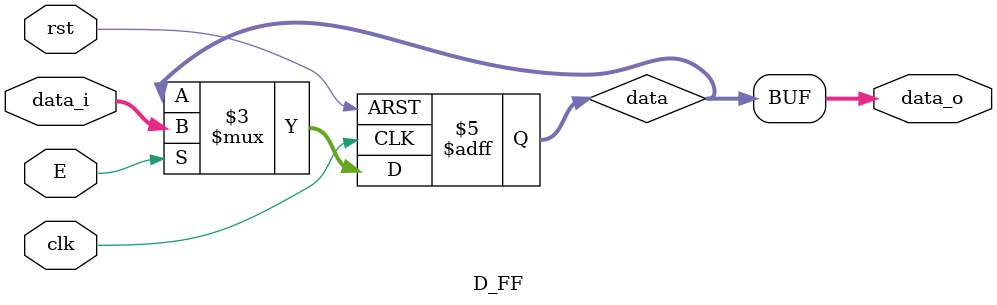
<source format=sv>
module D_FF 
#(parameter WIDTH=8)
(
	input logic clk, rst, E,
	input logic [WIDTH-1:0] data_i,
	output logic [WIDTH-1:0] data_o
);
reg [WIDTH-1:0] data;
always@ (posedge clk or negedge rst) begin
	if (~rst) begin
		data <= 8'b00000000;
		end 
	else if (E) begin
		data <= data_i;
		end
end
assign data_o=data;
endmodule : D_FF
</source>
